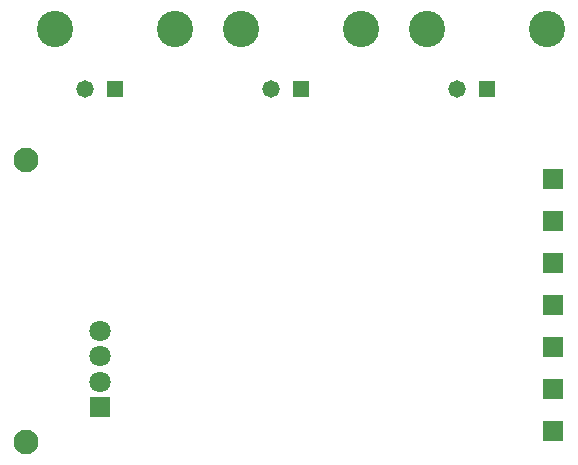
<source format=gbr>
%TF.GenerationSoftware,KiCad,Pcbnew,(6.0.1)*%
%TF.CreationDate,2022-03-09T16:15:59-05:00*%
%TF.ProjectId,pcb_arduino,7063625f-6172-4647-9569-6e6f2e6b6963,rev?*%
%TF.SameCoordinates,Original*%
%TF.FileFunction,Soldermask,Bot*%
%TF.FilePolarity,Negative*%
%FSLAX46Y46*%
G04 Gerber Fmt 4.6, Leading zero omitted, Abs format (unit mm)*
G04 Created by KiCad (PCBNEW (6.0.1)) date 2022-03-09 16:15:59*
%MOMM*%
%LPD*%
G01*
G04 APERTURE LIST*
%ADD10C,2.100000*%
%ADD11R,1.800000X1.800000*%
%ADD12C,1.800000*%
%ADD13R,1.700000X1.700000*%
%ADD14C,3.076000*%
%ADD15C,1.478000*%
%ADD16R,1.478000X1.478000*%
G04 APERTURE END LIST*
D10*
%TO.C,REF\u002A\u002A*%
X110236000Y-99314000D03*
%TD*%
%TO.C,REF\u002A\u002A*%
X110236000Y-123190000D03*
%TD*%
D11*
%TO.C,LED*%
X116459000Y-120269000D03*
D12*
X116459000Y-118110000D03*
X116459000Y-115951000D03*
X116459000Y-113792000D03*
%TD*%
D13*
%TO.C,PIN 50*%
X154813000Y-118745000D03*
X154813000Y-118745000D03*
%TD*%
D14*
%TO.C,EEG*%
X122809000Y-88265000D03*
X112649000Y-88265000D03*
D15*
X115189000Y-93345000D03*
D16*
X117729000Y-93345000D03*
%TD*%
D13*
%TO.C,PIN 6*%
X154813000Y-108077000D03*
X154813000Y-108077000D03*
%TD*%
D16*
%TO.C,Footswitch*%
X133477000Y-93345000D03*
D15*
X130937000Y-93345000D03*
D14*
X128397000Y-88265000D03*
X138557000Y-88265000D03*
%TD*%
D13*
%TO.C,PIN 53*%
X154813000Y-115189000D03*
X154813000Y-115189000D03*
%TD*%
%TO.C,GND*%
X154813000Y-100965000D03*
X154813000Y-100965000D03*
%TD*%
%TO.C,PIN 7*%
X154813000Y-111633000D03*
X154813000Y-111633000D03*
%TD*%
%TO.C,PIN 52*%
X154813000Y-122301000D03*
X154813000Y-122301000D03*
%TD*%
%TO.C,PIN 5*%
X154813000Y-104521000D03*
X154813000Y-104521000D03*
%TD*%
D16*
%TO.C,Portasync*%
X149225000Y-93345000D03*
D15*
X146685000Y-93345000D03*
D14*
X144145000Y-88265000D03*
X154305000Y-88265000D03*
%TD*%
M02*

</source>
